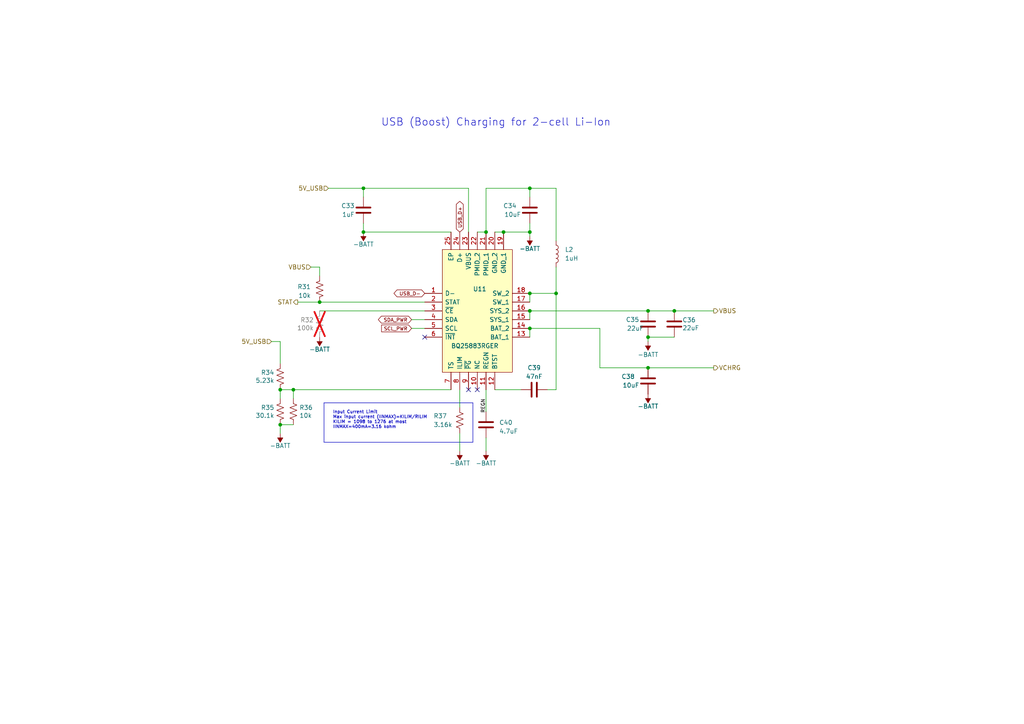
<source format=kicad_sch>
(kicad_sch (version 20230121) (generator eeschema)
  (paper "A4")
  (lib_symbols
    (symbol "Device:C" (pin_numbers hide) (pin_names (offset 0.254))
      (property "Reference" "C" (at 0.635 2.54 0))
      (property "Value" "C" (at 0.635 -2.54 0))
      (symbol "C_0_1"
        (polyline (pts (xy -2.032 -0.762) (xy 2.032 -0.762)) (stroke (width 0.508)))
        (polyline (pts (xy -2.032 0.762) (xy 2.032 0.762)) (stroke (width 0.508)))
      )
      (symbol "C_1_1"
        (pin passive line (at 0 3.81 270) (length 2.794) (name "~") (number "1"))
        (pin passive line (at 0 -3.81 90) (length 2.794) (name "~") (number "2"))
      )
    )
    (symbol "Device:L" (pin_numbers hide) (pin_names (offset 1.016) hide)
      (property "Reference" "L" (at -1.27 0 90))
      (property "Value" "L" (at 1.905 0 90))
      (symbol "L_0_1"
        (arc (start 0 -2.54) (mid 0.6323 -1.905) (end 0 -1.27))
        (arc (start 0 -1.27) (mid 0.6323 -0.635) (end 0 0))
        (arc (start 0 0) (mid 0.6323 0.635) (end 0 1.27))
        (arc (start 0 1.27) (mid 0.6323 1.905) (end 0 2.54))
      )
      (symbol "L_1_1"
        (pin passive line (at 0 3.81 270) (length 1.27) (name "1") (number "1"))
        (pin passive line (at 0 -3.81 90) (length 1.27) (name "2") (number "2"))
      )
    )
    (symbol "Device:R_US" (pin_numbers hide) (pin_names (offset 0))
      (property "Reference" "R" (at 2.54 0 90))
      (property "Value" "R_US" (at -2.54 0 90))
      (symbol "R_US_0_1"
        (polyline (pts (xy 0 -2.286) (xy 0 -2.54)))
        (polyline (pts (xy 0 2.286) (xy 0 2.54)))
        (polyline (pts (xy 0 -0.762) (xy 1.016 -1.143) (xy 0 -1.524) (xy -1.016 -1.905) (xy 0 -2.286)))
        (polyline (pts (xy 0 0.762) (xy 1.016 0.381) (xy 0 0) (xy -1.016 -0.381) (xy 0 -0.762)))
        (polyline (pts (xy 0 2.286) (xy 1.016 1.905) (xy 0 1.524) (xy -1.016 1.143) (xy 0 0.762)))
      )
      (symbol "R_US_1_1"
        (pin passive line (at 0 3.81 270) (length 1.27) (name "~") (number "1"))
        (pin passive line (at 0 -3.81 90) (length 1.27) (name "~") (number "2"))
      )
    )
    (symbol "SierraLobo:BQ25883RGER" (pin_names (offset 0.762))
      (property "Reference" "IC" (at 26.67 17.78 0))
      (property "Value" "BQ25883RGER" (at 26.67 15.24 0))
      (symbol "BQ25883RGER_0_0"
        (pin bidirectional line (at 0 0 0) (length 5.08) (name "D-") (number "1"))
        (pin bidirectional line (at 15.24 -27.94 90) (length 5.08) (name "NC") (number "10"))
        (pin bidirectional line (at 17.78 -27.94 90) (length 5.08) (name "REGN") (number "11"))
        (pin bidirectional line (at 20.32 -27.94 90) (length 5.08) (name "BTST") (number "12"))
        (pin bidirectional line (at 30.48 -12.7 180) (length 5.08) (name "BAT_1") (number "13"))
        (pin bidirectional line (at 30.48 -10.16 180) (length 5.08) (name "BAT_2") (number "14"))
        (pin bidirectional line (at 30.48 -7.62 180) (length 5.08) (name "SYS_1") (number "15"))
        (pin bidirectional line (at 30.48 -5.08 180) (length 5.08) (name "SYS_2") (number "16"))
        (pin bidirectional line (at 30.48 -2.54 180) (length 5.08) (name "SW_1") (number "17"))
        (pin bidirectional line (at 30.48 0 180) (length 5.08) (name "SW_2") (number "18"))
        (pin bidirectional line (at 22.86 17.78 270) (length 5.08) (name "GND_1") (number "19"))
        (pin bidirectional line (at 0 -2.54 0) (length 5.08) (name "STAT") (number "2"))
        (pin bidirectional line (at 20.32 17.78 270) (length 5.08) (name "GND_2") (number "20"))
        (pin bidirectional line (at 17.78 17.78 270) (length 5.08) (name "PMID_1") (number "21"))
        (pin bidirectional line (at 15.24 17.78 270) (length 5.08) (name "PMID_2") (number "22"))
        (pin bidirectional line (at 12.7 17.78 270) (length 5.08) (name "VBUS") (number "23"))
        (pin bidirectional line (at 10.16 17.78 270) (length 5.08) (name "D+") (number "24"))
        (pin bidirectional line (at 7.62 17.78 270) (length 5.08) (name "EP") (number "25"))
        (pin bidirectional line (at 0 -5.08 0) (length 5.08) (name "~{CE}") (number "3"))
        (pin bidirectional line (at 0 -7.62 0) (length 5.08) (name "SDA") (number "4"))
        (pin bidirectional line (at 0 -10.16 0) (length 5.08) (name "SCL") (number "5"))
        (pin bidirectional line (at 0 -12.7 0) (length 5.08) (name "~{INT}") (number "6"))
        (pin bidirectional line (at 7.62 -27.94 90) (length 5.08) (name "TS") (number "7"))
        (pin bidirectional line (at 10.16 -27.94 90) (length 5.08) (name "ILIM") (number "8"))
        (pin bidirectional line (at 12.7 -27.94 90) (length 5.08) (name "~{PG}") (number "9"))
      )
      (symbol "BQ25883RGER_1_1"
        (polyline (pts (xy 5.08 12.7) (xy 25.4 12.7) (xy 25.4 -22.86) (xy 5.08 -22.86) (xy 5.08 12.7)) (stroke (width 0.1524)) (fill (type background)))
      )
    )
    (symbol "power:-BATT" (power) (pin_names (offset 0))
      (property "Value" "-BATT" (at 0 3.556 0))
      (symbol "-BATT_0_1"
        (polyline (pts (xy 0 0) (xy 0 2.54)))
        (polyline (pts (xy 0.762 1.27) (xy -0.762 1.27) (xy 0 2.54) (xy 0.762 1.27)) (fill (type outline)))
      )
      (symbol "-BATT_1_1"
        (pin power_in line (at 0 0 90) (length 0) hide (name "-BATT") (number "1"))
      )
    )
  )
  (junction (at 187.96 90.17))
  (junction (at 187.96 106.68))
  (junction (at 140.97 67.31))
  (junction (at 146.05 67.31))
  (junction (at 105.41 54.61))
  (junction (at 81.28 123.19))
  (junction (at 153.67 90.17))
  (junction (at 195.58 90.17))
  (junction (at 153.67 95.25))
  (junction (at 85.09 113.03))
  (junction (at 153.67 54.61))
  (junction (at 153.67 85.09))
  (junction (at 81.28 113.03))
  (junction (at 187.96 97.79))
  (junction (at 161.29 85.09))
  (junction (at 105.41 67.31))
  (junction (at 92.71 87.63))
  (junction (at 153.67 67.31))
  (no_connect (at 135.89 113.03))
  (no_connect (at 123.19 97.79))
  (no_connect (at 138.43 113.03))
  (wire (pts (xy 105.41 64.77) (xy 105.41 67.31)))
  (wire (pts (xy 153.67 64.77) (xy 153.67 67.31)))
  (wire (pts (xy 161.29 69.85) (xy 161.29 54.61)))
  (polyline (pts (xy 93.98 116.84) (xy 93.98 128.27)))
  (wire (pts (xy 123.19 95.25) (xy 119.38 95.25)))
  (wire (pts (xy 153.67 85.09) (xy 161.29 85.09)))
  (wire (pts (xy 158.75 113.03) (xy 161.29 113.03)))
  (wire (pts (xy 81.28 99.06) (xy 81.28 105.41)))
  (wire (pts (xy 105.41 54.61) (xy 105.41 57.15)))
  (wire (pts (xy 130.81 113.03) (xy 85.09 113.03)))
  (wire (pts (xy 123.19 92.71) (xy 119.38 92.71)))
  (wire (pts (xy 140.97 54.61) (xy 140.97 67.31)))
  (wire (pts (xy 138.43 67.31) (xy 140.97 67.31)))
  (wire (pts (xy 95.25 54.61) (xy 105.41 54.61)))
  (wire (pts (xy 81.28 123.19) (xy 81.28 125.73)))
  (wire (pts (xy 143.51 67.31) (xy 146.05 67.31)))
  (wire (pts (xy 105.41 54.61) (xy 135.89 54.61)))
  (wire (pts (xy 92.71 90.17) (xy 123.19 90.17)))
  (wire (pts (xy 173.99 106.68) (xy 187.96 106.68)))
  (wire (pts (xy 92.71 77.47) (xy 92.71 80.01)))
  (wire (pts (xy 105.41 67.31) (xy 130.81 67.31)))
  (polyline (pts (xy 137.16 128.27) (xy 137.16 116.84)))
  (wire (pts (xy 153.67 54.61) (xy 161.29 54.61)))
  (wire (pts (xy 187.96 99.06) (xy 187.96 97.79)))
  (polyline (pts (xy 137.16 116.84) (xy 93.98 116.84)))
  (wire (pts (xy 92.71 87.63) (xy 123.19 87.63)))
  (wire (pts (xy 140.97 54.61) (xy 153.67 54.61)))
  (wire (pts (xy 195.58 90.17) (xy 207.01 90.17)))
  (wire (pts (xy 187.96 106.68) (xy 207.01 106.68)))
  (wire (pts (xy 86.36 87.63) (xy 92.71 87.63)))
  (wire (pts (xy 85.09 113.03) (xy 81.28 113.03)))
  (wire (pts (xy 187.96 90.17) (xy 195.58 90.17)))
  (wire (pts (xy 85.09 115.57) (xy 85.09 113.03)))
  (wire (pts (xy 85.09 123.19) (xy 81.28 123.19)))
  (wire (pts (xy 133.35 113.03) (xy 133.35 118.11)))
  (wire (pts (xy 90.17 77.47) (xy 92.71 77.47)))
  (wire (pts (xy 140.97 130.81) (xy 140.97 127)))
  (wire (pts (xy 173.99 95.25) (xy 173.99 106.68)))
  (wire (pts (xy 161.29 85.09) (xy 161.29 113.03)))
  (wire (pts (xy 146.05 67.31) (xy 153.67 67.31)))
  (wire (pts (xy 78.74 99.06) (xy 81.28 99.06)))
  (wire (pts (xy 140.97 113.03) (xy 140.97 119.38)))
  (wire (pts (xy 135.89 67.31) (xy 135.89 54.61)))
  (polyline (pts (xy 93.98 128.27) (xy 137.16 128.27)))
  (wire (pts (xy 81.28 115.57) (xy 81.28 113.03)))
  (wire (pts (xy 153.67 90.17) (xy 153.67 92.71)))
  (wire (pts (xy 133.35 125.73) (xy 133.35 130.81)))
  (wire (pts (xy 153.67 68.58) (xy 153.67 67.31)))
  (wire (pts (xy 153.67 57.15) (xy 153.67 54.61)))
  (wire (pts (xy 143.51 113.03) (xy 151.13 113.03)))
  (wire (pts (xy 153.67 85.09) (xy 153.67 87.63)))
  (wire (pts (xy 187.96 97.79) (xy 195.58 97.79)))
  (wire (pts (xy 161.29 77.47) (xy 161.29 85.09)))
  (wire (pts (xy 153.67 95.25) (xy 173.99 95.25)))
  (wire (pts (xy 187.96 90.17) (xy 153.67 90.17)))
  (wire (pts (xy 153.67 95.25) (xy 153.67 97.79)))
  (text "USB (Boost) Charging for 2-cell Li-Ion" (at 110.49 36.83 0) (effects (font (size 2.159 2.159)) (justify left bottom)))
  (text "Input Current Limit\nMax input current (IINMAX)=KILIM/RILIM\nKILIM = 1098 to 1276 at most\nIINMAX=400mA=3.16 kohm" (at 96.52 124.46 0) (effects (font (size 0.889 0.889)) (justify left bottom)))
  (label "REGN" (at 140.97 115.57 270) (effects (font (size 1.016 1.016))))
  (global_label "USB_D+" (shape bidirectional) (at 133.35 67.31 90) (effects (font (size 1.016 1.016))) (property "Intersheetrefs" "${INTERSHEET_REFS}" (effects hide)))
  (global_label "SCL_PWR" (shape input) (at 119.38 95.25 180) (effects (font (size 1.016 1.016))) (property "Intersheetrefs" "${INTERSHEET_REFS}" (effects hide)))
  (global_label "SDA_PWR" (shape bidirectional) (at 119.38 92.71 180) (effects (font (size 1.016 1.016))) (property "Intersheetrefs" "${INTERSHEET_REFS}" (effects hide)))
  (global_label "USB_D-" (shape bidirectional) (at 123.19 85.09 180) (effects (font (size 1.016 1.016))) (property "Intersheetrefs" "${INTERSHEET_REFS}" (effects hide)))
  (hierarchical_label "STAT" (shape output) (at 86.36 87.63 180))
  (hierarchical_label "VCHRG" (shape output) (at 207.01 106.68 0))
  (hierarchical_label "VBUS" (shape input) (at 90.17 77.47 180))
  (hierarchical_label "5V_USB" (shape input) (at 95.25 54.61 180))
  (hierarchical_label "VBUS" (shape output) (at 207.01 90.17 0))
  (hierarchical_label "5V_USB" (shape input) (at 78.74 99.06 180))
  (symbol (lib_id "Device:L") (at 161.29 73.66 0) (unit 1)
    (property "Reference" "L2" (at 163.83 72.39 0) (effects (justify left)))
    (property "Value" "1uH" (at 163.83 74.93 0) (effects (justify left)))
    (property "Footprint" "SierraLobo:74404032010" (effects hide))
    (property "Mfr. Part No" "74404032010" (effects hide))
  )
  (symbol (lib_id "Device:C") (at 153.67 60.96 180) (unit 1)
    (property "Reference" "C34" (at 149.86 59.69 0) (effects (justify left)))
    (property "Value" "10uF" (at 151.13 62.23 0) (effects (justify left)))
    (property "Footprint" "Capacitor_SMD:C_0805_2012Metric" (effects hide))
    (property "Mfr. Part No" "CGA4J1X7S1E106K125AE" (effects hide))
  )
  (symbol (lib_id "power:-BATT") (at 187.96 114.3 180) (unit 1)
    (property "Reference" "#PWR061" (effects hide))
    (property "Value" "-BATT" (at 187.96 117.856 0))
  )
  (symbol (lib_id "SierraLobo:BQ25883RGER") (at 123.19 85.09 0) (unit 1)
    (property "Reference" "U11" (at 137.16 83.82 0) (effects (justify left)))
    (property "Value" "BQ25883RGER" (at 130.81 100.33 0) (effects (justify left)))
    (property "Footprint" "SierraLobo:QFN50P400X400X100-25N-D" (effects hide))
    (property "Datasheet" "http://www.ti.com/lit/ds/symlink/bq25883.pdf?HQS=TI-null-null-mousermode-df-pf-null-wwe&DCM=yes&ref_url=https%3A%2F%2Fwww.mouser.co.uk%2F" (effects hide))
    (property "Mfr. Part No" "BQ25883RGER" (effects hide))
  )
  (symbol (lib_id "Device:C") (at 187.96 110.49 180) (unit 1)
    (property "Reference" "C38" (at 184.15 109.22 0) (effects (justify left)))
    (property "Value" "10uF" (at 185.42 111.76 0) (effects (justify left)))
    (property "Footprint" "Capacitor_SMD:C_0805_2012Metric" (effects hide))
    (property "Mfr. Part No" "CGA4J1X7S1E106K125AE" (effects hide))
  )
  (symbol (lib_id "Device:C") (at 154.94 113.03 270) (unit 1)
    (property "Reference" "C39" (at 154.94 106.68 90))
    (property "Value" "47nF" (at 154.94 109.22 90))
    (property "Footprint" "Capacitor_SMD:C_0402_1005Metric" (effects hide))
  )
  (symbol (lib_id "power:-BATT") (at 153.67 68.58 180) (unit 1)
    (property "Reference" "#PWR054" (effects hide))
    (property "Value" "-BATT" (at 153.67 72.136 0))
    (instances (project "mainboard" (path "" (reference "#PWR054") (unit 1)) (path "" (reference "#PWR059") (unit 1))))
  )
  (symbol (lib_id "power:-BATT") (at 92.71 97.79 180) (unit 1)
    (property "Reference" "#PWR057" (effects hide))
    (property "Value" "-BATT" (at 92.71 101.346 0))
    (instances (project "mainboard" (path "" (reference "#PWR057") (unit 1)) (path "" (reference "#PWR051") (unit 1))))
  )
  (symbol (lib_id "Device:R_US") (at 92.71 83.82 0) (mirror x) (unit 1)
    (property "Reference" "R31" (at 90.17 83.185 0) (effects (justify right)))
    (property "Value" "10k" (at 90.17 85.725 0) (effects (justify right)))
    (property "Footprint" "Resistor_SMD:R_0402_1005Metric" (effects hide))
  )
  (symbol (lib_id "Device:R_US") (at 92.71 93.98 0) (mirror y) (unit 1) (dnp yes)
    (property "Reference" "R32" (at 91.0082 92.8116 0) (effects (justify left)))
    (property "Value" "100k" (at 91.0082 95.123 0) (effects (justify left)))
    (property "Footprint" "Resistor_SMD:R_0402_1005Metric" (effects hide))
  )
  (symbol (lib_id "power:-BATT") (at 187.96 99.06 180) (unit 1)
    (property "Reference" "#PWR058" (effects hide))
    (property "Value" "-BATT" (at 187.96 102.87 0))
    (instances (project "mainboard" (path "" (reference "#PWR058") (unit 1)) (path "" (reference "#PWR063") (unit 1))))
  )
  (symbol (lib_id "Device:R_US") (at 81.28 119.38 0) (mirror x) (unit 1)
    (property "Reference" "R35" (at 79.5782 118.2116 0) (effects (justify right)))
    (property "Value" "30.1k" (at 79.5782 120.523 0) (effects (justify right)))
    (property "Footprint" "Resistor_SMD:R_0603_1608Metric" (effects hide))
  )
  (symbol (lib_id "Device:C") (at 187.96 93.98 180) (unit 1)
    (property "Reference" "C35" (at 185.42 92.71 0) (effects (justify left)))
    (property "Value" "22uF" (at 186.69 95.25 0) (effects (justify left)))
    (property "Footprint" "Capacitor_SMD:C_0805_2012Metric" (effects hide))
    (property "Mfr. Part No" "GRT21BR61C226ME13K" (effects hide))
  )
  (symbol (lib_id "Device:C") (at 105.41 60.96 180) (unit 1)
    (property "Reference" "C33" (at 102.87 59.69 0) (effects (justify left)))
    (property "Value" "1uF" (at 102.87 62.23 0) (effects (justify left)))
    (property "Footprint" "Capacitor_SMD:C_0603_1608Metric" (effects hide))
  )
  (symbol (lib_id "power:-BATT") (at 133.35 130.81 180) (unit 1)
    (property "Reference" "#PWR063" (effects hide))
    (property "Value" "-BATT" (at 133.35 134.366 0))
    (instances (project "mainboard" (path "" (reference "#PWR063") (unit 1)) (path "" (reference "#PWR054") (unit 1))))
  )
  (symbol (lib_id "Device:R_US") (at 133.35 121.92 180) (unit 1)
    (property "Reference" "R37" (at 125.73 120.65 0) (effects (justify right)))
    (property "Value" "3.16k" (at 125.73 123.19 0) (effects (justify right)))
    (property "Footprint" "Resistor_SMD:R_0603_1608Metric" (effects hide))
  )
  (symbol (lib_id "Device:C") (at 195.58 93.98 180) (unit 1)
    (property "Reference" "C36" (at 197.9168 92.8116 0) (effects (justify right)))
    (property "Value" "22uF" (at 197.9168 95.123 0) (effects (justify right)))
    (property "Footprint" "Capacitor_SMD:C_0805_2012Metric" (effects hide))
    (property "Mfr. Part No" "GRT21BR61C226ME13K" (effects hide))
  )
  (symbol (lib_id "power:-BATT") (at 105.41 67.31 180) (unit 1)
    (property "Reference" "#PWR053" (effects hide))
    (property "Value" "-BATT" (at 105.41 70.866 0))
    (instances (project "mainboard" (path "" (reference "#PWR053") (unit 1)) (path "" (reference "#PWR058") (unit 1))))
  )
  (symbol (lib_id "power:-BATT") (at 140.97 130.81 180) (unit 1)
    (property "Reference" "#PWR063" (effects hide))
    (property "Value" "-BATT" (at 140.97 134.366 0))
    (instances (project "mainboard" (path "" (reference "#PWR063") (unit 1)) (path "" (reference "#PWR0195") (unit 1))))
  )
  (symbol (lib_id "Device:C") (at 140.97 123.19 0) (unit 1)
    (property "Reference" "C40" (at 144.78 122.555 0) (effects (justify left)))
    (property "Value" "4.7uF" (at 144.78 125.095 0) (effects (justify left)))
    (property "Footprint" "Capacitor_SMD:C_0603_1608Metric" (effects hide))
  )
  (symbol (lib_id "power:-BATT") (at 81.28 125.73 180) (unit 1)
    (property "Reference" "#PWR063" (effects hide))
    (property "Value" "-BATT" (at 81.28 129.286 0))
    (instances (project "mainboard" (path "" (reference "#PWR063") (unit 1)) (path "" (reference "#PWR0167") (unit 1))))
  )
  (symbol (lib_id "Device:R_US") (at 85.09 119.38 180) (unit 1)
    (property "Reference" "R36" (at 86.8172 118.2116 0) (effects (justify right)))
    (property "Value" "10k" (at 86.8172 120.523 0) (effects (justify right)))
    (property "Footprint" "Resistor_SMD:R_0402_1005Metric" (effects hide))
  )
  (symbol (lib_id "Device:R_US") (at 81.28 109.22 0) (mirror y) (unit 1)
    (property "Reference" "R34" (at 79.5782 108.0516 0) (effects (justify left)))
    (property "Value" "5.23k" (at 79.5782 110.363 0) (effects (justify left)))
    (property "Footprint" "Resistor_SMD:R_0603_1608Metric" (effects hide))
  )
)
</source>
